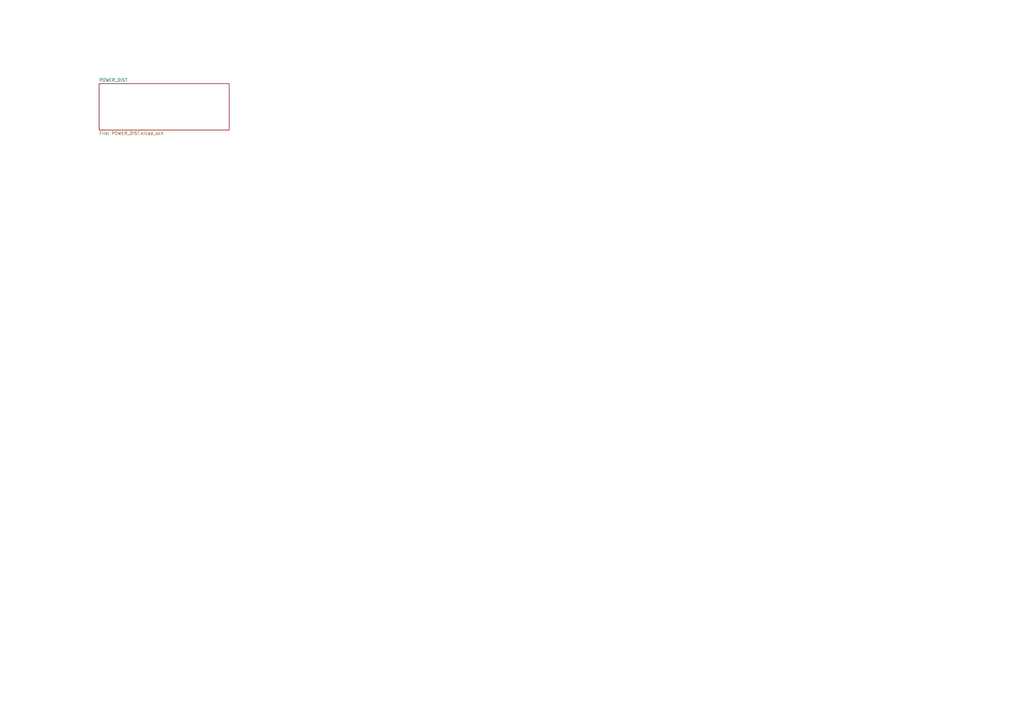
<source format=kicad_sch>
(kicad_sch (version 20230121) (generator eeschema)
  (paper "A3")
  (lib_symbols)
  (sheet (at 40.64 34.29) (size 53.34 19.05) (stroke (width 0.1524))
    (property "Sheetname" "POWER_DIST" (at 40.64 33.5784 0) (effects (justify left bottom)))
    (property "Sheetfile" "POWER_DIST.kicad_sch" (at 40.64 53.9246 0) (effects (justify left top)))
  )
)
</source>
